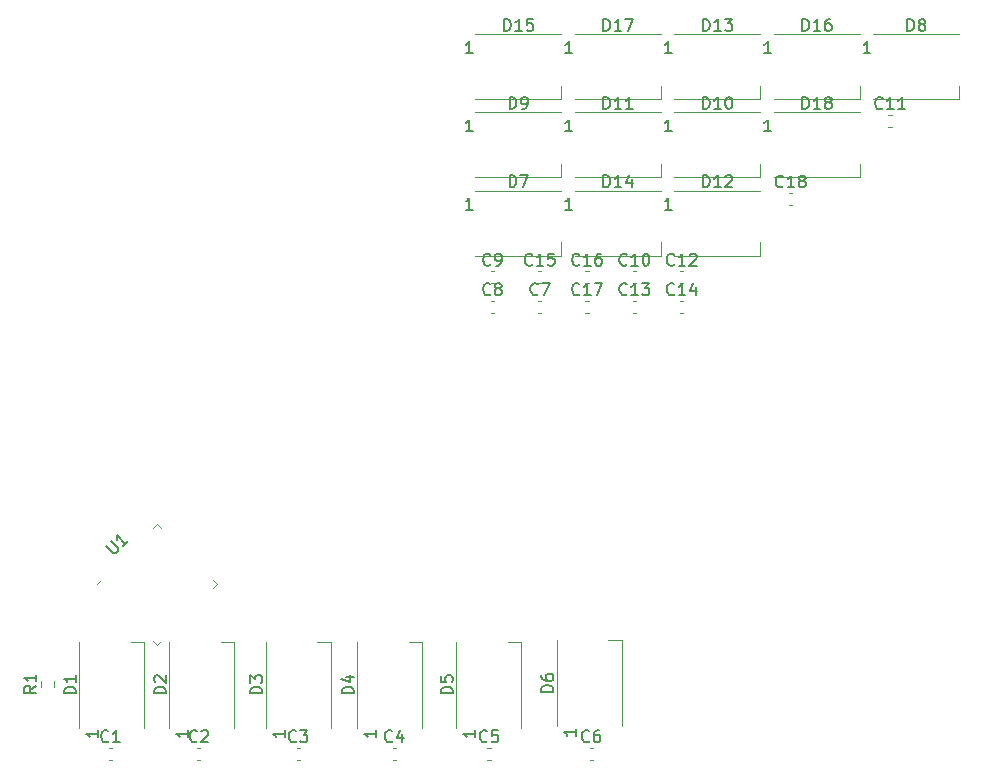
<source format=gbr>
%TF.GenerationSoftware,KiCad,Pcbnew,(6.0.0-0)*%
%TF.CreationDate,2022-01-27T15:42:08+01:00*%
%TF.ProjectId,GlowBand,476c6f77-4261-46e6-942e-6b696361645f,rev?*%
%TF.SameCoordinates,Original*%
%TF.FileFunction,Legend,Top*%
%TF.FilePolarity,Positive*%
%FSLAX46Y46*%
G04 Gerber Fmt 4.6, Leading zero omitted, Abs format (unit mm)*
G04 Created by KiCad (PCBNEW (6.0.0-0)) date 2022-01-27 15:42:08*
%MOMM*%
%LPD*%
G01*
G04 APERTURE LIST*
%ADD10C,0.150000*%
%ADD11C,0.120000*%
G04 APERTURE END LIST*
D10*
%TO.C,C8*%
X119775333Y-70047142D02*
X119727714Y-70094761D01*
X119584857Y-70142380D01*
X119489619Y-70142380D01*
X119346761Y-70094761D01*
X119251523Y-69999523D01*
X119203904Y-69904285D01*
X119156285Y-69713809D01*
X119156285Y-69570952D01*
X119203904Y-69380476D01*
X119251523Y-69285238D01*
X119346761Y-69190000D01*
X119489619Y-69142380D01*
X119584857Y-69142380D01*
X119727714Y-69190000D01*
X119775333Y-69237619D01*
X120346761Y-69570952D02*
X120251523Y-69523333D01*
X120203904Y-69475714D01*
X120156285Y-69380476D01*
X120156285Y-69332857D01*
X120203904Y-69237619D01*
X120251523Y-69190000D01*
X120346761Y-69142380D01*
X120537238Y-69142380D01*
X120632476Y-69190000D01*
X120680095Y-69237619D01*
X120727714Y-69332857D01*
X120727714Y-69380476D01*
X120680095Y-69475714D01*
X120632476Y-69523333D01*
X120537238Y-69570952D01*
X120346761Y-69570952D01*
X120251523Y-69618571D01*
X120203904Y-69666190D01*
X120156285Y-69761428D01*
X120156285Y-69951904D01*
X120203904Y-70047142D01*
X120251523Y-70094761D01*
X120346761Y-70142380D01*
X120537238Y-70142380D01*
X120632476Y-70094761D01*
X120680095Y-70047142D01*
X120727714Y-69951904D01*
X120727714Y-69761428D01*
X120680095Y-69666190D01*
X120632476Y-69618571D01*
X120537238Y-69570952D01*
%TO.C,D10*%
X137772714Y-54377380D02*
X137772714Y-53377380D01*
X138010809Y-53377380D01*
X138153666Y-53425000D01*
X138248904Y-53520238D01*
X138296523Y-53615476D01*
X138344142Y-53805952D01*
X138344142Y-53948809D01*
X138296523Y-54139285D01*
X138248904Y-54234523D01*
X138153666Y-54329761D01*
X138010809Y-54377380D01*
X137772714Y-54377380D01*
X139296523Y-54377380D02*
X138725095Y-54377380D01*
X139010809Y-54377380D02*
X139010809Y-53377380D01*
X138915571Y-53520238D01*
X138820333Y-53615476D01*
X138725095Y-53663095D01*
X139915571Y-53377380D02*
X140010809Y-53377380D01*
X140106047Y-53425000D01*
X140153666Y-53472619D01*
X140201285Y-53567857D01*
X140248904Y-53758333D01*
X140248904Y-53996428D01*
X140201285Y-54186904D01*
X140153666Y-54282142D01*
X140106047Y-54329761D01*
X140010809Y-54377380D01*
X139915571Y-54377380D01*
X139820333Y-54329761D01*
X139772714Y-54282142D01*
X139725095Y-54186904D01*
X139677476Y-53996428D01*
X139677476Y-53758333D01*
X139725095Y-53567857D01*
X139772714Y-53472619D01*
X139820333Y-53425000D01*
X139915571Y-53377380D01*
X135122714Y-56277380D02*
X134551285Y-56277380D01*
X134837000Y-56277380D02*
X134837000Y-55277380D01*
X134741761Y-55420238D01*
X134646523Y-55515476D01*
X134551285Y-55563095D01*
%TO.C,C14*%
X135339142Y-70047142D02*
X135291523Y-70094761D01*
X135148666Y-70142380D01*
X135053428Y-70142380D01*
X134910571Y-70094761D01*
X134815333Y-69999523D01*
X134767714Y-69904285D01*
X134720095Y-69713809D01*
X134720095Y-69570952D01*
X134767714Y-69380476D01*
X134815333Y-69285238D01*
X134910571Y-69190000D01*
X135053428Y-69142380D01*
X135148666Y-69142380D01*
X135291523Y-69190000D01*
X135339142Y-69237619D01*
X136291523Y-70142380D02*
X135720095Y-70142380D01*
X136005809Y-70142380D02*
X136005809Y-69142380D01*
X135910571Y-69285238D01*
X135815333Y-69380476D01*
X135720095Y-69428095D01*
X137148666Y-69475714D02*
X137148666Y-70142380D01*
X136910571Y-69094761D02*
X136672476Y-69809047D01*
X137291523Y-69809047D01*
%TO.C,D13*%
X137772714Y-47757380D02*
X137772714Y-46757380D01*
X138010809Y-46757380D01*
X138153666Y-46805000D01*
X138248904Y-46900238D01*
X138296523Y-46995476D01*
X138344142Y-47185952D01*
X138344142Y-47328809D01*
X138296523Y-47519285D01*
X138248904Y-47614523D01*
X138153666Y-47709761D01*
X138010809Y-47757380D01*
X137772714Y-47757380D01*
X139296523Y-47757380D02*
X138725095Y-47757380D01*
X139010809Y-47757380D02*
X139010809Y-46757380D01*
X138915571Y-46900238D01*
X138820333Y-46995476D01*
X138725095Y-47043095D01*
X139629857Y-46757380D02*
X140248904Y-46757380D01*
X139915571Y-47138333D01*
X140058428Y-47138333D01*
X140153666Y-47185952D01*
X140201285Y-47233571D01*
X140248904Y-47328809D01*
X140248904Y-47566904D01*
X140201285Y-47662142D01*
X140153666Y-47709761D01*
X140058428Y-47757380D01*
X139772714Y-47757380D01*
X139677476Y-47709761D01*
X139629857Y-47662142D01*
X135122714Y-49657380D02*
X134551285Y-49657380D01*
X134837000Y-49657380D02*
X134837000Y-48657380D01*
X134741761Y-48800238D01*
X134646523Y-48895476D01*
X134551285Y-48943095D01*
%TO.C,D18*%
X146192714Y-54377380D02*
X146192714Y-53377380D01*
X146430809Y-53377380D01*
X146573666Y-53425000D01*
X146668904Y-53520238D01*
X146716523Y-53615476D01*
X146764142Y-53805952D01*
X146764142Y-53948809D01*
X146716523Y-54139285D01*
X146668904Y-54234523D01*
X146573666Y-54329761D01*
X146430809Y-54377380D01*
X146192714Y-54377380D01*
X147716523Y-54377380D02*
X147145095Y-54377380D01*
X147430809Y-54377380D02*
X147430809Y-53377380D01*
X147335571Y-53520238D01*
X147240333Y-53615476D01*
X147145095Y-53663095D01*
X148287952Y-53805952D02*
X148192714Y-53758333D01*
X148145095Y-53710714D01*
X148097476Y-53615476D01*
X148097476Y-53567857D01*
X148145095Y-53472619D01*
X148192714Y-53425000D01*
X148287952Y-53377380D01*
X148478428Y-53377380D01*
X148573666Y-53425000D01*
X148621285Y-53472619D01*
X148668904Y-53567857D01*
X148668904Y-53615476D01*
X148621285Y-53710714D01*
X148573666Y-53758333D01*
X148478428Y-53805952D01*
X148287952Y-53805952D01*
X148192714Y-53853571D01*
X148145095Y-53901190D01*
X148097476Y-53996428D01*
X148097476Y-54186904D01*
X148145095Y-54282142D01*
X148192714Y-54329761D01*
X148287952Y-54377380D01*
X148478428Y-54377380D01*
X148573666Y-54329761D01*
X148621285Y-54282142D01*
X148668904Y-54186904D01*
X148668904Y-53996428D01*
X148621285Y-53901190D01*
X148573666Y-53853571D01*
X148478428Y-53805952D01*
X143542714Y-56277380D02*
X142971285Y-56277380D01*
X143257000Y-56277380D02*
X143257000Y-55277380D01*
X143161761Y-55420238D01*
X143066523Y-55515476D01*
X142971285Y-55563095D01*
%TO.C,C13*%
X131329142Y-70047142D02*
X131281523Y-70094761D01*
X131138666Y-70142380D01*
X131043428Y-70142380D01*
X130900571Y-70094761D01*
X130805333Y-69999523D01*
X130757714Y-69904285D01*
X130710095Y-69713809D01*
X130710095Y-69570952D01*
X130757714Y-69380476D01*
X130805333Y-69285238D01*
X130900571Y-69190000D01*
X131043428Y-69142380D01*
X131138666Y-69142380D01*
X131281523Y-69190000D01*
X131329142Y-69237619D01*
X132281523Y-70142380D02*
X131710095Y-70142380D01*
X131995809Y-70142380D02*
X131995809Y-69142380D01*
X131900571Y-69285238D01*
X131805333Y-69380476D01*
X131710095Y-69428095D01*
X132614857Y-69142380D02*
X133233904Y-69142380D01*
X132900571Y-69523333D01*
X133043428Y-69523333D01*
X133138666Y-69570952D01*
X133186285Y-69618571D01*
X133233904Y-69713809D01*
X133233904Y-69951904D01*
X133186285Y-70047142D01*
X133138666Y-70094761D01*
X133043428Y-70142380D01*
X132757714Y-70142380D01*
X132662476Y-70094761D01*
X132614857Y-70047142D01*
%TO.C,C18*%
X144559142Y-60917142D02*
X144511523Y-60964761D01*
X144368666Y-61012380D01*
X144273428Y-61012380D01*
X144130571Y-60964761D01*
X144035333Y-60869523D01*
X143987714Y-60774285D01*
X143940095Y-60583809D01*
X143940095Y-60440952D01*
X143987714Y-60250476D01*
X144035333Y-60155238D01*
X144130571Y-60060000D01*
X144273428Y-60012380D01*
X144368666Y-60012380D01*
X144511523Y-60060000D01*
X144559142Y-60107619D01*
X145511523Y-61012380D02*
X144940095Y-61012380D01*
X145225809Y-61012380D02*
X145225809Y-60012380D01*
X145130571Y-60155238D01*
X145035333Y-60250476D01*
X144940095Y-60298095D01*
X146082952Y-60440952D02*
X145987714Y-60393333D01*
X145940095Y-60345714D01*
X145892476Y-60250476D01*
X145892476Y-60202857D01*
X145940095Y-60107619D01*
X145987714Y-60060000D01*
X146082952Y-60012380D01*
X146273428Y-60012380D01*
X146368666Y-60060000D01*
X146416285Y-60107619D01*
X146463904Y-60202857D01*
X146463904Y-60250476D01*
X146416285Y-60345714D01*
X146368666Y-60393333D01*
X146273428Y-60440952D01*
X146082952Y-60440952D01*
X145987714Y-60488571D01*
X145940095Y-60536190D01*
X145892476Y-60631428D01*
X145892476Y-60821904D01*
X145940095Y-60917142D01*
X145987714Y-60964761D01*
X146082952Y-61012380D01*
X146273428Y-61012380D01*
X146368666Y-60964761D01*
X146416285Y-60917142D01*
X146463904Y-60821904D01*
X146463904Y-60631428D01*
X146416285Y-60536190D01*
X146368666Y-60488571D01*
X146273428Y-60440952D01*
%TO.C,C4*%
X111466333Y-107893142D02*
X111418714Y-107940761D01*
X111275857Y-107988380D01*
X111180619Y-107988380D01*
X111037761Y-107940761D01*
X110942523Y-107845523D01*
X110894904Y-107750285D01*
X110847285Y-107559809D01*
X110847285Y-107416952D01*
X110894904Y-107226476D01*
X110942523Y-107131238D01*
X111037761Y-107036000D01*
X111180619Y-106988380D01*
X111275857Y-106988380D01*
X111418714Y-107036000D01*
X111466333Y-107083619D01*
X112323476Y-107321714D02*
X112323476Y-107988380D01*
X112085380Y-106940761D02*
X111847285Y-107655047D01*
X112466333Y-107655047D01*
%TO.C,C12*%
X135339142Y-67537142D02*
X135291523Y-67584761D01*
X135148666Y-67632380D01*
X135053428Y-67632380D01*
X134910571Y-67584761D01*
X134815333Y-67489523D01*
X134767714Y-67394285D01*
X134720095Y-67203809D01*
X134720095Y-67060952D01*
X134767714Y-66870476D01*
X134815333Y-66775238D01*
X134910571Y-66680000D01*
X135053428Y-66632380D01*
X135148666Y-66632380D01*
X135291523Y-66680000D01*
X135339142Y-66727619D01*
X136291523Y-67632380D02*
X135720095Y-67632380D01*
X136005809Y-67632380D02*
X136005809Y-66632380D01*
X135910571Y-66775238D01*
X135815333Y-66870476D01*
X135720095Y-66918095D01*
X136672476Y-66727619D02*
X136720095Y-66680000D01*
X136815333Y-66632380D01*
X137053428Y-66632380D01*
X137148666Y-66680000D01*
X137196285Y-66727619D01*
X137243904Y-66822857D01*
X137243904Y-66918095D01*
X137196285Y-67060952D01*
X136624857Y-67632380D01*
X137243904Y-67632380D01*
%TO.C,C16*%
X127319142Y-67537142D02*
X127271523Y-67584761D01*
X127128666Y-67632380D01*
X127033428Y-67632380D01*
X126890571Y-67584761D01*
X126795333Y-67489523D01*
X126747714Y-67394285D01*
X126700095Y-67203809D01*
X126700095Y-67060952D01*
X126747714Y-66870476D01*
X126795333Y-66775238D01*
X126890571Y-66680000D01*
X127033428Y-66632380D01*
X127128666Y-66632380D01*
X127271523Y-66680000D01*
X127319142Y-66727619D01*
X128271523Y-67632380D02*
X127700095Y-67632380D01*
X127985809Y-67632380D02*
X127985809Y-66632380D01*
X127890571Y-66775238D01*
X127795333Y-66870476D01*
X127700095Y-66918095D01*
X129128666Y-66632380D02*
X128938190Y-66632380D01*
X128842952Y-66680000D01*
X128795333Y-66727619D01*
X128700095Y-66870476D01*
X128652476Y-67060952D01*
X128652476Y-67441904D01*
X128700095Y-67537142D01*
X128747714Y-67584761D01*
X128842952Y-67632380D01*
X129033428Y-67632380D01*
X129128666Y-67584761D01*
X129176285Y-67537142D01*
X129223904Y-67441904D01*
X129223904Y-67203809D01*
X129176285Y-67108571D01*
X129128666Y-67060952D01*
X129033428Y-67013333D01*
X128842952Y-67013333D01*
X128747714Y-67060952D01*
X128700095Y-67108571D01*
X128652476Y-67203809D01*
%TO.C,D16*%
X146192714Y-47757380D02*
X146192714Y-46757380D01*
X146430809Y-46757380D01*
X146573666Y-46805000D01*
X146668904Y-46900238D01*
X146716523Y-46995476D01*
X146764142Y-47185952D01*
X146764142Y-47328809D01*
X146716523Y-47519285D01*
X146668904Y-47614523D01*
X146573666Y-47709761D01*
X146430809Y-47757380D01*
X146192714Y-47757380D01*
X147716523Y-47757380D02*
X147145095Y-47757380D01*
X147430809Y-47757380D02*
X147430809Y-46757380D01*
X147335571Y-46900238D01*
X147240333Y-46995476D01*
X147145095Y-47043095D01*
X148573666Y-46757380D02*
X148383190Y-46757380D01*
X148287952Y-46805000D01*
X148240333Y-46852619D01*
X148145095Y-46995476D01*
X148097476Y-47185952D01*
X148097476Y-47566904D01*
X148145095Y-47662142D01*
X148192714Y-47709761D01*
X148287952Y-47757380D01*
X148478428Y-47757380D01*
X148573666Y-47709761D01*
X148621285Y-47662142D01*
X148668904Y-47566904D01*
X148668904Y-47328809D01*
X148621285Y-47233571D01*
X148573666Y-47185952D01*
X148478428Y-47138333D01*
X148287952Y-47138333D01*
X148192714Y-47185952D01*
X148145095Y-47233571D01*
X148097476Y-47328809D01*
X143542714Y-49657380D02*
X142971285Y-49657380D01*
X143257000Y-49657380D02*
X143257000Y-48657380D01*
X143161761Y-48800238D01*
X143066523Y-48895476D01*
X142971285Y-48943095D01*
%TO.C,D7*%
X121408904Y-60997380D02*
X121408904Y-59997380D01*
X121647000Y-59997380D01*
X121789857Y-60045000D01*
X121885095Y-60140238D01*
X121932714Y-60235476D01*
X121980333Y-60425952D01*
X121980333Y-60568809D01*
X121932714Y-60759285D01*
X121885095Y-60854523D01*
X121789857Y-60949761D01*
X121647000Y-60997380D01*
X121408904Y-60997380D01*
X122313666Y-59997380D02*
X122980333Y-59997380D01*
X122551761Y-60997380D01*
X118282714Y-62897380D02*
X117711285Y-62897380D01*
X117997000Y-62897380D02*
X117997000Y-61897380D01*
X117901761Y-62040238D01*
X117806523Y-62135476D01*
X117711285Y-62183095D01*
%TO.C,U1*%
X87246913Y-91372409D02*
X87819333Y-91944829D01*
X87920348Y-91978501D01*
X87987692Y-91978501D01*
X88088707Y-91944829D01*
X88223394Y-91810142D01*
X88257066Y-91709127D01*
X88257066Y-91641783D01*
X88223394Y-91540768D01*
X87650974Y-90968348D01*
X89065188Y-90968348D02*
X88661127Y-91372409D01*
X88863157Y-91170379D02*
X88156051Y-90463272D01*
X88189722Y-90631631D01*
X88189722Y-90766318D01*
X88156051Y-90867333D01*
%TO.C,C10*%
X131329142Y-67537142D02*
X131281523Y-67584761D01*
X131138666Y-67632380D01*
X131043428Y-67632380D01*
X130900571Y-67584761D01*
X130805333Y-67489523D01*
X130757714Y-67394285D01*
X130710095Y-67203809D01*
X130710095Y-67060952D01*
X130757714Y-66870476D01*
X130805333Y-66775238D01*
X130900571Y-66680000D01*
X131043428Y-66632380D01*
X131138666Y-66632380D01*
X131281523Y-66680000D01*
X131329142Y-66727619D01*
X132281523Y-67632380D02*
X131710095Y-67632380D01*
X131995809Y-67632380D02*
X131995809Y-66632380D01*
X131900571Y-66775238D01*
X131805333Y-66870476D01*
X131710095Y-66918095D01*
X132900571Y-66632380D02*
X132995809Y-66632380D01*
X133091047Y-66680000D01*
X133138666Y-66727619D01*
X133186285Y-66822857D01*
X133233904Y-67013333D01*
X133233904Y-67251428D01*
X133186285Y-67441904D01*
X133138666Y-67537142D01*
X133091047Y-67584761D01*
X132995809Y-67632380D01*
X132900571Y-67632380D01*
X132805333Y-67584761D01*
X132757714Y-67537142D01*
X132710095Y-67441904D01*
X132662476Y-67251428D01*
X132662476Y-67013333D01*
X132710095Y-66822857D01*
X132757714Y-66727619D01*
X132805333Y-66680000D01*
X132900571Y-66632380D01*
%TO.C,D9*%
X121408904Y-54377380D02*
X121408904Y-53377380D01*
X121647000Y-53377380D01*
X121789857Y-53425000D01*
X121885095Y-53520238D01*
X121932714Y-53615476D01*
X121980333Y-53805952D01*
X121980333Y-53948809D01*
X121932714Y-54139285D01*
X121885095Y-54234523D01*
X121789857Y-54329761D01*
X121647000Y-54377380D01*
X121408904Y-54377380D01*
X122456523Y-54377380D02*
X122647000Y-54377380D01*
X122742238Y-54329761D01*
X122789857Y-54282142D01*
X122885095Y-54139285D01*
X122932714Y-53948809D01*
X122932714Y-53567857D01*
X122885095Y-53472619D01*
X122837476Y-53425000D01*
X122742238Y-53377380D01*
X122551761Y-53377380D01*
X122456523Y-53425000D01*
X122408904Y-53472619D01*
X122361285Y-53567857D01*
X122361285Y-53805952D01*
X122408904Y-53901190D01*
X122456523Y-53948809D01*
X122551761Y-53996428D01*
X122742238Y-53996428D01*
X122837476Y-53948809D01*
X122885095Y-53901190D01*
X122932714Y-53805952D01*
X118282714Y-56277380D02*
X117711285Y-56277380D01*
X117997000Y-56277380D02*
X117997000Y-55277380D01*
X117901761Y-55420238D01*
X117806523Y-55515476D01*
X117711285Y-55563095D01*
%TO.C,D1*%
X84679380Y-103862095D02*
X83679380Y-103862095D01*
X83679380Y-103624000D01*
X83727000Y-103481142D01*
X83822238Y-103385904D01*
X83917476Y-103338285D01*
X84107952Y-103290666D01*
X84250809Y-103290666D01*
X84441285Y-103338285D01*
X84536523Y-103385904D01*
X84631761Y-103481142D01*
X84679380Y-103624000D01*
X84679380Y-103862095D01*
X84679380Y-102338285D02*
X84679380Y-102909714D01*
X84679380Y-102624000D02*
X83679380Y-102624000D01*
X83822238Y-102719238D01*
X83917476Y-102814476D01*
X83965095Y-102909714D01*
X86579380Y-106988285D02*
X86579380Y-107559714D01*
X86579380Y-107274000D02*
X85579380Y-107274000D01*
X85722238Y-107369238D01*
X85817476Y-107464476D01*
X85865095Y-107559714D01*
%TO.C,D2*%
X92299380Y-103862095D02*
X91299380Y-103862095D01*
X91299380Y-103624000D01*
X91347000Y-103481142D01*
X91442238Y-103385904D01*
X91537476Y-103338285D01*
X91727952Y-103290666D01*
X91870809Y-103290666D01*
X92061285Y-103338285D01*
X92156523Y-103385904D01*
X92251761Y-103481142D01*
X92299380Y-103624000D01*
X92299380Y-103862095D01*
X91394619Y-102909714D02*
X91347000Y-102862095D01*
X91299380Y-102766857D01*
X91299380Y-102528761D01*
X91347000Y-102433523D01*
X91394619Y-102385904D01*
X91489857Y-102338285D01*
X91585095Y-102338285D01*
X91727952Y-102385904D01*
X92299380Y-102957333D01*
X92299380Y-102338285D01*
X94199380Y-106988285D02*
X94199380Y-107559714D01*
X94199380Y-107274000D02*
X93199380Y-107274000D01*
X93342238Y-107369238D01*
X93437476Y-107464476D01*
X93485095Y-107559714D01*
%TO.C,D17*%
X129352714Y-47757380D02*
X129352714Y-46757380D01*
X129590809Y-46757380D01*
X129733666Y-46805000D01*
X129828904Y-46900238D01*
X129876523Y-46995476D01*
X129924142Y-47185952D01*
X129924142Y-47328809D01*
X129876523Y-47519285D01*
X129828904Y-47614523D01*
X129733666Y-47709761D01*
X129590809Y-47757380D01*
X129352714Y-47757380D01*
X130876523Y-47757380D02*
X130305095Y-47757380D01*
X130590809Y-47757380D02*
X130590809Y-46757380D01*
X130495571Y-46900238D01*
X130400333Y-46995476D01*
X130305095Y-47043095D01*
X131209857Y-46757380D02*
X131876523Y-46757380D01*
X131447952Y-47757380D01*
X126702714Y-49657380D02*
X126131285Y-49657380D01*
X126417000Y-49657380D02*
X126417000Y-48657380D01*
X126321761Y-48800238D01*
X126226523Y-48895476D01*
X126131285Y-48943095D01*
%TO.C,D5*%
X116586380Y-103862095D02*
X115586380Y-103862095D01*
X115586380Y-103624000D01*
X115634000Y-103481142D01*
X115729238Y-103385904D01*
X115824476Y-103338285D01*
X116014952Y-103290666D01*
X116157809Y-103290666D01*
X116348285Y-103338285D01*
X116443523Y-103385904D01*
X116538761Y-103481142D01*
X116586380Y-103624000D01*
X116586380Y-103862095D01*
X115586380Y-102385904D02*
X115586380Y-102862095D01*
X116062571Y-102909714D01*
X116014952Y-102862095D01*
X115967333Y-102766857D01*
X115967333Y-102528761D01*
X116014952Y-102433523D01*
X116062571Y-102385904D01*
X116157809Y-102338285D01*
X116395904Y-102338285D01*
X116491142Y-102385904D01*
X116538761Y-102433523D01*
X116586380Y-102528761D01*
X116586380Y-102766857D01*
X116538761Y-102862095D01*
X116491142Y-102909714D01*
X118486380Y-106988285D02*
X118486380Y-107559714D01*
X118486380Y-107274000D02*
X117486380Y-107274000D01*
X117629238Y-107369238D01*
X117724476Y-107464476D01*
X117772095Y-107559714D01*
%TO.C,C3*%
X103338333Y-107893142D02*
X103290714Y-107940761D01*
X103147857Y-107988380D01*
X103052619Y-107988380D01*
X102909761Y-107940761D01*
X102814523Y-107845523D01*
X102766904Y-107750285D01*
X102719285Y-107559809D01*
X102719285Y-107416952D01*
X102766904Y-107226476D01*
X102814523Y-107131238D01*
X102909761Y-107036000D01*
X103052619Y-106988380D01*
X103147857Y-106988380D01*
X103290714Y-107036000D01*
X103338333Y-107083619D01*
X103671666Y-106988380D02*
X104290714Y-106988380D01*
X103957380Y-107369333D01*
X104100238Y-107369333D01*
X104195476Y-107416952D01*
X104243095Y-107464571D01*
X104290714Y-107559809D01*
X104290714Y-107797904D01*
X104243095Y-107893142D01*
X104195476Y-107940761D01*
X104100238Y-107988380D01*
X103814523Y-107988380D01*
X103719285Y-107940761D01*
X103671666Y-107893142D01*
%TO.C,D11*%
X129352714Y-54377380D02*
X129352714Y-53377380D01*
X129590809Y-53377380D01*
X129733666Y-53425000D01*
X129828904Y-53520238D01*
X129876523Y-53615476D01*
X129924142Y-53805952D01*
X129924142Y-53948809D01*
X129876523Y-54139285D01*
X129828904Y-54234523D01*
X129733666Y-54329761D01*
X129590809Y-54377380D01*
X129352714Y-54377380D01*
X130876523Y-54377380D02*
X130305095Y-54377380D01*
X130590809Y-54377380D02*
X130590809Y-53377380D01*
X130495571Y-53520238D01*
X130400333Y-53615476D01*
X130305095Y-53663095D01*
X131828904Y-54377380D02*
X131257476Y-54377380D01*
X131543190Y-54377380D02*
X131543190Y-53377380D01*
X131447952Y-53520238D01*
X131352714Y-53615476D01*
X131257476Y-53663095D01*
X126702714Y-56277380D02*
X126131285Y-56277380D01*
X126417000Y-56277380D02*
X126417000Y-55277380D01*
X126321761Y-55420238D01*
X126226523Y-55515476D01*
X126131285Y-55563095D01*
%TO.C,C17*%
X127319142Y-70047142D02*
X127271523Y-70094761D01*
X127128666Y-70142380D01*
X127033428Y-70142380D01*
X126890571Y-70094761D01*
X126795333Y-69999523D01*
X126747714Y-69904285D01*
X126700095Y-69713809D01*
X126700095Y-69570952D01*
X126747714Y-69380476D01*
X126795333Y-69285238D01*
X126890571Y-69190000D01*
X127033428Y-69142380D01*
X127128666Y-69142380D01*
X127271523Y-69190000D01*
X127319142Y-69237619D01*
X128271523Y-70142380D02*
X127700095Y-70142380D01*
X127985809Y-70142380D02*
X127985809Y-69142380D01*
X127890571Y-69285238D01*
X127795333Y-69380476D01*
X127700095Y-69428095D01*
X128604857Y-69142380D02*
X129271523Y-69142380D01*
X128842952Y-70142380D01*
%TO.C,D8*%
X155088904Y-47757380D02*
X155088904Y-46757380D01*
X155327000Y-46757380D01*
X155469857Y-46805000D01*
X155565095Y-46900238D01*
X155612714Y-46995476D01*
X155660333Y-47185952D01*
X155660333Y-47328809D01*
X155612714Y-47519285D01*
X155565095Y-47614523D01*
X155469857Y-47709761D01*
X155327000Y-47757380D01*
X155088904Y-47757380D01*
X156231761Y-47185952D02*
X156136523Y-47138333D01*
X156088904Y-47090714D01*
X156041285Y-46995476D01*
X156041285Y-46947857D01*
X156088904Y-46852619D01*
X156136523Y-46805000D01*
X156231761Y-46757380D01*
X156422238Y-46757380D01*
X156517476Y-46805000D01*
X156565095Y-46852619D01*
X156612714Y-46947857D01*
X156612714Y-46995476D01*
X156565095Y-47090714D01*
X156517476Y-47138333D01*
X156422238Y-47185952D01*
X156231761Y-47185952D01*
X156136523Y-47233571D01*
X156088904Y-47281190D01*
X156041285Y-47376428D01*
X156041285Y-47566904D01*
X156088904Y-47662142D01*
X156136523Y-47709761D01*
X156231761Y-47757380D01*
X156422238Y-47757380D01*
X156517476Y-47709761D01*
X156565095Y-47662142D01*
X156612714Y-47566904D01*
X156612714Y-47376428D01*
X156565095Y-47281190D01*
X156517476Y-47233571D01*
X156422238Y-47185952D01*
X151962714Y-49657380D02*
X151391285Y-49657380D01*
X151677000Y-49657380D02*
X151677000Y-48657380D01*
X151581761Y-48800238D01*
X151486523Y-48895476D01*
X151391285Y-48943095D01*
%TO.C,C15*%
X123309142Y-67537142D02*
X123261523Y-67584761D01*
X123118666Y-67632380D01*
X123023428Y-67632380D01*
X122880571Y-67584761D01*
X122785333Y-67489523D01*
X122737714Y-67394285D01*
X122690095Y-67203809D01*
X122690095Y-67060952D01*
X122737714Y-66870476D01*
X122785333Y-66775238D01*
X122880571Y-66680000D01*
X123023428Y-66632380D01*
X123118666Y-66632380D01*
X123261523Y-66680000D01*
X123309142Y-66727619D01*
X124261523Y-67632380D02*
X123690095Y-67632380D01*
X123975809Y-67632380D02*
X123975809Y-66632380D01*
X123880571Y-66775238D01*
X123785333Y-66870476D01*
X123690095Y-66918095D01*
X125166285Y-66632380D02*
X124690095Y-66632380D01*
X124642476Y-67108571D01*
X124690095Y-67060952D01*
X124785333Y-67013333D01*
X125023428Y-67013333D01*
X125118666Y-67060952D01*
X125166285Y-67108571D01*
X125213904Y-67203809D01*
X125213904Y-67441904D01*
X125166285Y-67537142D01*
X125118666Y-67584761D01*
X125023428Y-67632380D01*
X124785333Y-67632380D01*
X124690095Y-67584761D01*
X124642476Y-67537142D01*
%TO.C,R1*%
X81318380Y-103226666D02*
X80842190Y-103560000D01*
X81318380Y-103798095D02*
X80318380Y-103798095D01*
X80318380Y-103417142D01*
X80366000Y-103321904D01*
X80413619Y-103274285D01*
X80508857Y-103226666D01*
X80651714Y-103226666D01*
X80746952Y-103274285D01*
X80794571Y-103321904D01*
X80842190Y-103417142D01*
X80842190Y-103798095D01*
X81318380Y-102274285D02*
X81318380Y-102845714D01*
X81318380Y-102560000D02*
X80318380Y-102560000D01*
X80461238Y-102655238D01*
X80556476Y-102750476D01*
X80604095Y-102845714D01*
%TO.C,C6*%
X128146333Y-107893142D02*
X128098714Y-107940761D01*
X127955857Y-107988380D01*
X127860619Y-107988380D01*
X127717761Y-107940761D01*
X127622523Y-107845523D01*
X127574904Y-107750285D01*
X127527285Y-107559809D01*
X127527285Y-107416952D01*
X127574904Y-107226476D01*
X127622523Y-107131238D01*
X127717761Y-107036000D01*
X127860619Y-106988380D01*
X127955857Y-106988380D01*
X128098714Y-107036000D01*
X128146333Y-107083619D01*
X129003476Y-106988380D02*
X128813000Y-106988380D01*
X128717761Y-107036000D01*
X128670142Y-107083619D01*
X128574904Y-107226476D01*
X128527285Y-107416952D01*
X128527285Y-107797904D01*
X128574904Y-107893142D01*
X128622523Y-107940761D01*
X128717761Y-107988380D01*
X128908238Y-107988380D01*
X129003476Y-107940761D01*
X129051095Y-107893142D01*
X129098714Y-107797904D01*
X129098714Y-107559809D01*
X129051095Y-107464571D01*
X129003476Y-107416952D01*
X128908238Y-107369333D01*
X128717761Y-107369333D01*
X128622523Y-107416952D01*
X128574904Y-107464571D01*
X128527285Y-107559809D01*
%TO.C,C2*%
X94926333Y-107893142D02*
X94878714Y-107940761D01*
X94735857Y-107988380D01*
X94640619Y-107988380D01*
X94497761Y-107940761D01*
X94402523Y-107845523D01*
X94354904Y-107750285D01*
X94307285Y-107559809D01*
X94307285Y-107416952D01*
X94354904Y-107226476D01*
X94402523Y-107131238D01*
X94497761Y-107036000D01*
X94640619Y-106988380D01*
X94735857Y-106988380D01*
X94878714Y-107036000D01*
X94926333Y-107083619D01*
X95307285Y-107083619D02*
X95354904Y-107036000D01*
X95450142Y-106988380D01*
X95688238Y-106988380D01*
X95783476Y-107036000D01*
X95831095Y-107083619D01*
X95878714Y-107178857D01*
X95878714Y-107274095D01*
X95831095Y-107416952D01*
X95259666Y-107988380D01*
X95878714Y-107988380D01*
%TO.C,D15*%
X120932714Y-47757380D02*
X120932714Y-46757380D01*
X121170809Y-46757380D01*
X121313666Y-46805000D01*
X121408904Y-46900238D01*
X121456523Y-46995476D01*
X121504142Y-47185952D01*
X121504142Y-47328809D01*
X121456523Y-47519285D01*
X121408904Y-47614523D01*
X121313666Y-47709761D01*
X121170809Y-47757380D01*
X120932714Y-47757380D01*
X122456523Y-47757380D02*
X121885095Y-47757380D01*
X122170809Y-47757380D02*
X122170809Y-46757380D01*
X122075571Y-46900238D01*
X121980333Y-46995476D01*
X121885095Y-47043095D01*
X123361285Y-46757380D02*
X122885095Y-46757380D01*
X122837476Y-47233571D01*
X122885095Y-47185952D01*
X122980333Y-47138333D01*
X123218428Y-47138333D01*
X123313666Y-47185952D01*
X123361285Y-47233571D01*
X123408904Y-47328809D01*
X123408904Y-47566904D01*
X123361285Y-47662142D01*
X123313666Y-47709761D01*
X123218428Y-47757380D01*
X122980333Y-47757380D01*
X122885095Y-47709761D01*
X122837476Y-47662142D01*
X118282714Y-49657380D02*
X117711285Y-49657380D01*
X117997000Y-49657380D02*
X117997000Y-48657380D01*
X117901761Y-48800238D01*
X117806523Y-48895476D01*
X117711285Y-48943095D01*
%TO.C,D3*%
X100457380Y-103862095D02*
X99457380Y-103862095D01*
X99457380Y-103624000D01*
X99505000Y-103481142D01*
X99600238Y-103385904D01*
X99695476Y-103338285D01*
X99885952Y-103290666D01*
X100028809Y-103290666D01*
X100219285Y-103338285D01*
X100314523Y-103385904D01*
X100409761Y-103481142D01*
X100457380Y-103624000D01*
X100457380Y-103862095D01*
X99457380Y-102957333D02*
X99457380Y-102338285D01*
X99838333Y-102671619D01*
X99838333Y-102528761D01*
X99885952Y-102433523D01*
X99933571Y-102385904D01*
X100028809Y-102338285D01*
X100266904Y-102338285D01*
X100362142Y-102385904D01*
X100409761Y-102433523D01*
X100457380Y-102528761D01*
X100457380Y-102814476D01*
X100409761Y-102909714D01*
X100362142Y-102957333D01*
X102357380Y-106988285D02*
X102357380Y-107559714D01*
X102357380Y-107274000D02*
X101357380Y-107274000D01*
X101500238Y-107369238D01*
X101595476Y-107464476D01*
X101643095Y-107559714D01*
%TO.C,C1*%
X87433333Y-107893142D02*
X87385714Y-107940761D01*
X87242857Y-107988380D01*
X87147619Y-107988380D01*
X87004761Y-107940761D01*
X86909523Y-107845523D01*
X86861904Y-107750285D01*
X86814285Y-107559809D01*
X86814285Y-107416952D01*
X86861904Y-107226476D01*
X86909523Y-107131238D01*
X87004761Y-107036000D01*
X87147619Y-106988380D01*
X87242857Y-106988380D01*
X87385714Y-107036000D01*
X87433333Y-107083619D01*
X88385714Y-107988380D02*
X87814285Y-107988380D01*
X88100000Y-107988380D02*
X88100000Y-106988380D01*
X88004761Y-107131238D01*
X87909523Y-107226476D01*
X87814285Y-107274095D01*
%TO.C,C9*%
X119775333Y-67537142D02*
X119727714Y-67584761D01*
X119584857Y-67632380D01*
X119489619Y-67632380D01*
X119346761Y-67584761D01*
X119251523Y-67489523D01*
X119203904Y-67394285D01*
X119156285Y-67203809D01*
X119156285Y-67060952D01*
X119203904Y-66870476D01*
X119251523Y-66775238D01*
X119346761Y-66680000D01*
X119489619Y-66632380D01*
X119584857Y-66632380D01*
X119727714Y-66680000D01*
X119775333Y-66727619D01*
X120251523Y-67632380D02*
X120442000Y-67632380D01*
X120537238Y-67584761D01*
X120584857Y-67537142D01*
X120680095Y-67394285D01*
X120727714Y-67203809D01*
X120727714Y-66822857D01*
X120680095Y-66727619D01*
X120632476Y-66680000D01*
X120537238Y-66632380D01*
X120346761Y-66632380D01*
X120251523Y-66680000D01*
X120203904Y-66727619D01*
X120156285Y-66822857D01*
X120156285Y-67060952D01*
X120203904Y-67156190D01*
X120251523Y-67203809D01*
X120346761Y-67251428D01*
X120537238Y-67251428D01*
X120632476Y-67203809D01*
X120680095Y-67156190D01*
X120727714Y-67060952D01*
%TO.C,C11*%
X152979142Y-54297142D02*
X152931523Y-54344761D01*
X152788666Y-54392380D01*
X152693428Y-54392380D01*
X152550571Y-54344761D01*
X152455333Y-54249523D01*
X152407714Y-54154285D01*
X152360095Y-53963809D01*
X152360095Y-53820952D01*
X152407714Y-53630476D01*
X152455333Y-53535238D01*
X152550571Y-53440000D01*
X152693428Y-53392380D01*
X152788666Y-53392380D01*
X152931523Y-53440000D01*
X152979142Y-53487619D01*
X153931523Y-54392380D02*
X153360095Y-54392380D01*
X153645809Y-54392380D02*
X153645809Y-53392380D01*
X153550571Y-53535238D01*
X153455333Y-53630476D01*
X153360095Y-53678095D01*
X154883904Y-54392380D02*
X154312476Y-54392380D01*
X154598190Y-54392380D02*
X154598190Y-53392380D01*
X154502952Y-53535238D01*
X154407714Y-53630476D01*
X154312476Y-53678095D01*
%TO.C,D14*%
X129352714Y-60997380D02*
X129352714Y-59997380D01*
X129590809Y-59997380D01*
X129733666Y-60045000D01*
X129828904Y-60140238D01*
X129876523Y-60235476D01*
X129924142Y-60425952D01*
X129924142Y-60568809D01*
X129876523Y-60759285D01*
X129828904Y-60854523D01*
X129733666Y-60949761D01*
X129590809Y-60997380D01*
X129352714Y-60997380D01*
X130876523Y-60997380D02*
X130305095Y-60997380D01*
X130590809Y-60997380D02*
X130590809Y-59997380D01*
X130495571Y-60140238D01*
X130400333Y-60235476D01*
X130305095Y-60283095D01*
X131733666Y-60330714D02*
X131733666Y-60997380D01*
X131495571Y-59949761D02*
X131257476Y-60664047D01*
X131876523Y-60664047D01*
X126702714Y-62897380D02*
X126131285Y-62897380D01*
X126417000Y-62897380D02*
X126417000Y-61897380D01*
X126321761Y-62040238D01*
X126226523Y-62135476D01*
X126131285Y-62183095D01*
%TO.C,C5*%
X119497333Y-107893142D02*
X119449714Y-107940761D01*
X119306857Y-107988380D01*
X119211619Y-107988380D01*
X119068761Y-107940761D01*
X118973523Y-107845523D01*
X118925904Y-107750285D01*
X118878285Y-107559809D01*
X118878285Y-107416952D01*
X118925904Y-107226476D01*
X118973523Y-107131238D01*
X119068761Y-107036000D01*
X119211619Y-106988380D01*
X119306857Y-106988380D01*
X119449714Y-107036000D01*
X119497333Y-107083619D01*
X120402095Y-106988380D02*
X119925904Y-106988380D01*
X119878285Y-107464571D01*
X119925904Y-107416952D01*
X120021142Y-107369333D01*
X120259238Y-107369333D01*
X120354476Y-107416952D01*
X120402095Y-107464571D01*
X120449714Y-107559809D01*
X120449714Y-107797904D01*
X120402095Y-107893142D01*
X120354476Y-107940761D01*
X120259238Y-107988380D01*
X120021142Y-107988380D01*
X119925904Y-107940761D01*
X119878285Y-107893142D01*
%TO.C,D6*%
X125095380Y-103735095D02*
X124095380Y-103735095D01*
X124095380Y-103497000D01*
X124143000Y-103354142D01*
X124238238Y-103258904D01*
X124333476Y-103211285D01*
X124523952Y-103163666D01*
X124666809Y-103163666D01*
X124857285Y-103211285D01*
X124952523Y-103258904D01*
X125047761Y-103354142D01*
X125095380Y-103497000D01*
X125095380Y-103735095D01*
X124095380Y-102306523D02*
X124095380Y-102497000D01*
X124143000Y-102592238D01*
X124190619Y-102639857D01*
X124333476Y-102735095D01*
X124523952Y-102782714D01*
X124904904Y-102782714D01*
X125000142Y-102735095D01*
X125047761Y-102687476D01*
X125095380Y-102592238D01*
X125095380Y-102401761D01*
X125047761Y-102306523D01*
X125000142Y-102258904D01*
X124904904Y-102211285D01*
X124666809Y-102211285D01*
X124571571Y-102258904D01*
X124523952Y-102306523D01*
X124476333Y-102401761D01*
X124476333Y-102592238D01*
X124523952Y-102687476D01*
X124571571Y-102735095D01*
X124666809Y-102782714D01*
X126995380Y-106861285D02*
X126995380Y-107432714D01*
X126995380Y-107147000D02*
X125995380Y-107147000D01*
X126138238Y-107242238D01*
X126233476Y-107337476D01*
X126281095Y-107432714D01*
%TO.C,C7*%
X123785333Y-70047142D02*
X123737714Y-70094761D01*
X123594857Y-70142380D01*
X123499619Y-70142380D01*
X123356761Y-70094761D01*
X123261523Y-69999523D01*
X123213904Y-69904285D01*
X123166285Y-69713809D01*
X123166285Y-69570952D01*
X123213904Y-69380476D01*
X123261523Y-69285238D01*
X123356761Y-69190000D01*
X123499619Y-69142380D01*
X123594857Y-69142380D01*
X123737714Y-69190000D01*
X123785333Y-69237619D01*
X124118666Y-69142380D02*
X124785333Y-69142380D01*
X124356761Y-70142380D01*
%TO.C,D12*%
X137772714Y-60997380D02*
X137772714Y-59997380D01*
X138010809Y-59997380D01*
X138153666Y-60045000D01*
X138248904Y-60140238D01*
X138296523Y-60235476D01*
X138344142Y-60425952D01*
X138344142Y-60568809D01*
X138296523Y-60759285D01*
X138248904Y-60854523D01*
X138153666Y-60949761D01*
X138010809Y-60997380D01*
X137772714Y-60997380D01*
X139296523Y-60997380D02*
X138725095Y-60997380D01*
X139010809Y-60997380D02*
X139010809Y-59997380D01*
X138915571Y-60140238D01*
X138820333Y-60235476D01*
X138725095Y-60283095D01*
X139677476Y-60092619D02*
X139725095Y-60045000D01*
X139820333Y-59997380D01*
X140058428Y-59997380D01*
X140153666Y-60045000D01*
X140201285Y-60092619D01*
X140248904Y-60187857D01*
X140248904Y-60283095D01*
X140201285Y-60425952D01*
X139629857Y-60997380D01*
X140248904Y-60997380D01*
X135122714Y-62897380D02*
X134551285Y-62897380D01*
X134837000Y-62897380D02*
X134837000Y-61897380D01*
X134741761Y-62040238D01*
X134646523Y-62135476D01*
X134551285Y-62183095D01*
%TO.C,D4*%
X108204380Y-103862095D02*
X107204380Y-103862095D01*
X107204380Y-103624000D01*
X107252000Y-103481142D01*
X107347238Y-103385904D01*
X107442476Y-103338285D01*
X107632952Y-103290666D01*
X107775809Y-103290666D01*
X107966285Y-103338285D01*
X108061523Y-103385904D01*
X108156761Y-103481142D01*
X108204380Y-103624000D01*
X108204380Y-103862095D01*
X107537714Y-102433523D02*
X108204380Y-102433523D01*
X107156761Y-102671619D02*
X107871047Y-102909714D01*
X107871047Y-102290666D01*
X110104380Y-106988285D02*
X110104380Y-107559714D01*
X110104380Y-107274000D02*
X109104380Y-107274000D01*
X109247238Y-107369238D01*
X109342476Y-107464476D01*
X109390095Y-107559714D01*
D11*
%TO.C,C8*%
X119801420Y-71630000D02*
X120082580Y-71630000D01*
X119801420Y-70610000D02*
X120082580Y-70610000D01*
%TO.C,D10*%
X135337000Y-54675000D02*
X142637000Y-54675000D01*
X135337000Y-60175000D02*
X142637000Y-60175000D01*
X142637000Y-60175000D02*
X142637000Y-59025000D01*
%TO.C,C14*%
X135841420Y-71630000D02*
X136122580Y-71630000D01*
X135841420Y-70610000D02*
X136122580Y-70610000D01*
%TO.C,D13*%
X142637000Y-53555000D02*
X142637000Y-52405000D01*
X135337000Y-48055000D02*
X142637000Y-48055000D01*
X135337000Y-53555000D02*
X142637000Y-53555000D01*
%TO.C,D18*%
X151057000Y-60175000D02*
X151057000Y-59025000D01*
X143757000Y-54675000D02*
X151057000Y-54675000D01*
X143757000Y-60175000D02*
X151057000Y-60175000D01*
%TO.C,C13*%
X131831420Y-70610000D02*
X132112580Y-70610000D01*
X131831420Y-71630000D02*
X132112580Y-71630000D01*
%TO.C,C18*%
X145061420Y-61480000D02*
X145342580Y-61480000D01*
X145061420Y-62500000D02*
X145342580Y-62500000D01*
%TO.C,C4*%
X111492420Y-109476000D02*
X111773580Y-109476000D01*
X111492420Y-108456000D02*
X111773580Y-108456000D01*
%TO.C,C12*%
X135841420Y-68100000D02*
X136122580Y-68100000D01*
X135841420Y-69120000D02*
X136122580Y-69120000D01*
%TO.C,C16*%
X127821420Y-68100000D02*
X128102580Y-68100000D01*
X127821420Y-69120000D02*
X128102580Y-69120000D01*
%TO.C,D16*%
X143757000Y-48055000D02*
X151057000Y-48055000D01*
X151057000Y-53555000D02*
X151057000Y-52405000D01*
X143757000Y-53555000D02*
X151057000Y-53555000D01*
%TO.C,D7*%
X125797000Y-66795000D02*
X125797000Y-65645000D01*
X118497000Y-61295000D02*
X125797000Y-61295000D01*
X118497000Y-66795000D02*
X125797000Y-66795000D01*
%TO.C,U1*%
X91231124Y-89845565D02*
X91567000Y-89509689D01*
X96672311Y-94615000D02*
X96336435Y-94279124D01*
X91567000Y-89509689D02*
X91902876Y-89845565D01*
X91902876Y-99384435D02*
X91567000Y-99720311D01*
X91567000Y-99720311D02*
X91231124Y-99384435D01*
X86797565Y-94279124D02*
X86461689Y-94615000D01*
X96336435Y-94950876D02*
X96672311Y-94615000D01*
%TO.C,C10*%
X131831420Y-68100000D02*
X132112580Y-68100000D01*
X131831420Y-69120000D02*
X132112580Y-69120000D01*
%TO.C,D9*%
X118497000Y-54675000D02*
X125797000Y-54675000D01*
X125797000Y-60175000D02*
X125797000Y-59025000D01*
X118497000Y-60175000D02*
X125797000Y-60175000D01*
%TO.C,D1*%
X90477000Y-106774000D02*
X90477000Y-99474000D01*
X84977000Y-106774000D02*
X84977000Y-99474000D01*
X90477000Y-99474000D02*
X89327000Y-99474000D01*
%TO.C,D2*%
X92597000Y-106774000D02*
X92597000Y-99474000D01*
X98097000Y-99474000D02*
X96947000Y-99474000D01*
X98097000Y-106774000D02*
X98097000Y-99474000D01*
%TO.C,D17*%
X126917000Y-53555000D02*
X134217000Y-53555000D01*
X126917000Y-48055000D02*
X134217000Y-48055000D01*
X134217000Y-53555000D02*
X134217000Y-52405000D01*
%TO.C,D5*%
X122384000Y-99474000D02*
X121234000Y-99474000D01*
X116884000Y-106774000D02*
X116884000Y-99474000D01*
X122384000Y-106774000D02*
X122384000Y-99474000D01*
%TO.C,C3*%
X103364420Y-108456000D02*
X103645580Y-108456000D01*
X103364420Y-109476000D02*
X103645580Y-109476000D01*
%TO.C,D11*%
X126917000Y-54675000D02*
X134217000Y-54675000D01*
X126917000Y-60175000D02*
X134217000Y-60175000D01*
X134217000Y-60175000D02*
X134217000Y-59025000D01*
%TO.C,C17*%
X127821420Y-70610000D02*
X128102580Y-70610000D01*
X127821420Y-71630000D02*
X128102580Y-71630000D01*
%TO.C,D8*%
X159477000Y-53555000D02*
X159477000Y-52405000D01*
X152177000Y-53555000D02*
X159477000Y-53555000D01*
X152177000Y-48055000D02*
X159477000Y-48055000D01*
%TO.C,C15*%
X123811420Y-69120000D02*
X124092580Y-69120000D01*
X123811420Y-68100000D02*
X124092580Y-68100000D01*
%TO.C,R1*%
X82818500Y-103297258D02*
X82818500Y-102822742D01*
X81773500Y-103297258D02*
X81773500Y-102822742D01*
%TO.C,C6*%
X128172420Y-109476000D02*
X128453580Y-109476000D01*
X128172420Y-108456000D02*
X128453580Y-108456000D01*
%TO.C,C2*%
X94952420Y-109476000D02*
X95233580Y-109476000D01*
X94952420Y-108456000D02*
X95233580Y-108456000D01*
%TO.C,D15*%
X118497000Y-48055000D02*
X125797000Y-48055000D01*
X125797000Y-53555000D02*
X125797000Y-52405000D01*
X118497000Y-53555000D02*
X125797000Y-53555000D01*
%TO.C,D3*%
X106255000Y-99474000D02*
X105105000Y-99474000D01*
X106255000Y-106774000D02*
X106255000Y-99474000D01*
X100755000Y-106774000D02*
X100755000Y-99474000D01*
%TO.C,C1*%
X87459420Y-108456000D02*
X87740580Y-108456000D01*
X87459420Y-109476000D02*
X87740580Y-109476000D01*
%TO.C,C9*%
X119801420Y-68100000D02*
X120082580Y-68100000D01*
X119801420Y-69120000D02*
X120082580Y-69120000D01*
%TO.C,C11*%
X153481420Y-54860000D02*
X153762580Y-54860000D01*
X153481420Y-55880000D02*
X153762580Y-55880000D01*
%TO.C,D14*%
X134217000Y-66795000D02*
X134217000Y-65645000D01*
X126917000Y-66795000D02*
X134217000Y-66795000D01*
X126917000Y-61295000D02*
X134217000Y-61295000D01*
%TO.C,C5*%
X119523420Y-109476000D02*
X119804580Y-109476000D01*
X119523420Y-108456000D02*
X119804580Y-108456000D01*
%TO.C,D6*%
X130893000Y-99347000D02*
X129743000Y-99347000D01*
X125393000Y-106647000D02*
X125393000Y-99347000D01*
X130893000Y-106647000D02*
X130893000Y-99347000D01*
%TO.C,C7*%
X123811420Y-71630000D02*
X124092580Y-71630000D01*
X123811420Y-70610000D02*
X124092580Y-70610000D01*
%TO.C,D12*%
X135337000Y-61295000D02*
X142637000Y-61295000D01*
X142637000Y-66795000D02*
X142637000Y-65645000D01*
X135337000Y-66795000D02*
X142637000Y-66795000D01*
%TO.C,D4*%
X114002000Y-99474000D02*
X112852000Y-99474000D01*
X108502000Y-106774000D02*
X108502000Y-99474000D01*
X114002000Y-106774000D02*
X114002000Y-99474000D01*
%TD*%
M02*

</source>
